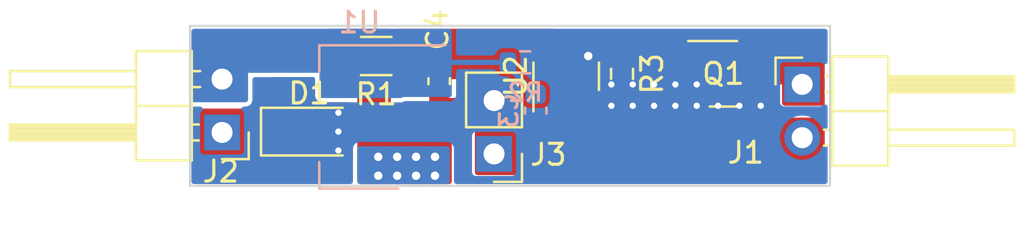
<source format=kicad_pcb>
(kicad_pcb (version 20221018) (generator pcbnew)
  (layers (0 "F.Cu" signal) (31 "B.Cu" signal) (34 "B.Paste" user) (35 "F.Paste" user) (36 "B.SilkS" user "B.Silkscreen") (37 "F.SilkS" user "F.Silkscreen") (38 "B.Mask" user) (39 "F.Mask" user) (44 "Edge.Cuts" user))
  (net 0 "")
  (net 1 "GND")
  (net 2 "+6V")
  (net 3 "Net-(D1-K)")
  (net 4 "SW")
  (net 5 "Net-(J2-Pin_2)")
  (net 6 "Net-(J1-Pin_1)")
  (net 7 "Net-(U1-VO)")
  (footprint "Connector_PinHeader_2.54mm:PinHeader_1x02_P2.54mm_Horizontal" (layer "F.Cu") (at 111.76 53.34 180)
    (fp_text reference "J2" (at 0.06 -1.86) (layer "F.SilkS"))
    (fp_text value "Battery")
    (fp_line (start -1.27 -1.27) (end 0 -1.27) (stroke (width 0.12)) (layer "F.SilkS"))
    (fp_line (start -1.27 0) (end -1.27 -1.27) (stroke (width 0.12)) (layer "F.SilkS"))
    (fp_line (start 1.042929 2.16) (end 1.44 2.16) (stroke (width 0.12)) (layer "F.SilkS"))
    (fp_line (start 1.042929 2.92) (end 1.44 2.92) (stroke (width 0.12)) (layer "F.SilkS"))
    (fp_line (start 1.11 -0.38) (end 1.44 -0.38) (stroke (width 0.12)) (layer "F.SilkS"))
    (fp_line (start 1.11 0.38) (end 1.44 0.38) (stroke (width 0.12)) (layer "F.SilkS"))
    (fp_line (start 1.44 -1.33) (end 1.44 3.87) (stroke (width 0.12)) (layer "F.SilkS"))
    (fp_line (start 1.44 1.27) (end 4.1 1.27) (stroke (width 0.12)) (layer "F.SilkS"))
    (fp_line (start 1.44 3.87) (end 4.1 3.87) (stroke (width 0.12)) (layer "F.SilkS"))
    (fp_line (start 4.1 -1.33) (end 1.44 -1.33) (stroke (width 0.12)) (layer "F.SilkS"))
    (fp_line (start 4.1 -0.38) (end 10.1 -0.38) (stroke (width 0.12)) (layer "F.SilkS"))
    (fp_line (start 4.1 -0.32) (end 10.1 -0.32) (stroke (width 0.12)) (layer "F.SilkS"))
    (fp_line (start 4.1 -0.2) (end 10.1 -0.2) (stroke (width 0.12)) (layer "F.SilkS"))
    (fp_line (start 4.1 -0.08) (end 10.1 -0.08) (stroke (width 0.12)) (layer "F.SilkS"))
    (fp_line (start 4.1 0.04) (end 10.1 0.04) (stroke (width 0.12)) (layer "F.SilkS"))
    (fp_line (start 4.1 0.16) (end 10.1 0.16) (stroke (width 0.12)) (layer "F.SilkS"))
    (fp_line (start 4.1 0.28) (end 10.1 0.28) (stroke (width 0.12)) (layer "F.SilkS"))
    (fp_line (start 4.1 2.16) (end 10.1 2.16) (stroke (width 0.12)) (layer "F.SilkS"))
    (fp_line (start 4.1 3.87) (end 4.1 -1.33) (stroke (width 0.12)) (layer "F.SilkS"))
    (fp_line (start 10.1 -0.38) (end 10.1 0.38) (stroke (width 0.12)) (layer "F.SilkS"))
    (fp_line (start 10.1 0.38) (end 4.1 0.38) (stroke (width 0.12)) (layer "F.SilkS"))
    (fp_line (start 10.1 2.16) (end 10.1 2.92) (stroke (width 0.12)) (layer "F.SilkS"))
    (fp_line (start 10.1 2.92) (end 4.1 2.92) (stroke (width 0.12)) (layer "F.SilkS"))
    (pad "1" thru_hole rect (at 0 0 180) (size 1.7 1.7) (drill 1) (layers "*.Cu" "*.Mask") (net 3 "Net-(D1-K)"))
    (pad "2" thru_hole oval (at 0 2.54 180) (size 1.7 1.7) (drill 1) (layers "*.Cu" "*.Mask") (net 5 "Net-(J2-Pin_2)"))
  )
  (footprint "Resistor_SMD:R_1206_3216Metric" (layer "F.Cu") (at 119.1 49.7 180)
    (fp_text reference "R1" (at 0 -1.82) (layer "F.SilkS"))
    (fp_text value "10")
    (fp_line (start -0.727064 -0.91) (end 0.727064 -0.91) (stroke (width 0.12)) (layer "F.SilkS"))
    (fp_line (start -0.727064 0.91) (end 0.727064 0.91) (stroke (width 0.12)) (layer "F.SilkS"))
    (pad "1" smd roundrect (at -1.4625 0 180) (size 1.125 1.75) (layers "F.Cu" "F.Paste" "F.Mask") (roundrect_rratio 0.2222222222) (net 2 "+6V"))
    (pad "2" smd roundrect (at 1.4625 0 180) (size 1.125 1.75) (layers "F.Cu" "F.Paste" "F.Mask") (roundrect_rratio 0.2222222222) (net 7 "Net-(U1-VO)"))
  )
  (footprint "Diode_SMD:D_1206_3216Metric" (layer "F.Cu") (at 115.9 53.3)
    (fp_text reference "D1" (at 0 -1.82) (layer "F.SilkS"))
    (fp_text value "SD1206S100S1R0")
    (fp_line (start -2.285 -1.135) (end -2.285 1.135) (stroke (width 0.12)) (layer "F.SilkS"))
    (fp_line (start -2.285 1.135) (end 1.6 1.135) (stroke (width 0.12)) (layer "F.SilkS"))
    (fp_line (start 1.6 -1.135) (end -2.285 -1.135) (stroke (width 0.12)) (layer "F.SilkS"))
    (pad "1" smd roundrect (at -1.4 0) (size 1.25 1.75) (layers "F.Cu" "F.Paste" "F.Mask") (roundrect_rratio 0.2) (net 3 "Net-(D1-K)"))
    (pad "2" smd roundrect (at 1.4 0) (size 1.25 1.75) (layers "F.Cu" "F.Paste" "F.Mask") (roundrect_rratio 0.2) (net 1 "GND"))
  )
  (footprint "Resistor_SMD:R_0603_1608Metric" (layer "F.Cu") (at 130.81 50.546 -90)
    (fp_text reference "R3" (at 0 -1.43 90) (layer "F.SilkS"))
    (fp_text value "10k")
    (fp_line (start -0.237258 -0.5225) (end 0.237258 -0.5225) (stroke (width 0.12)) (layer "F.SilkS"))
    (fp_line (start -0.237258 0.5225) (end 0.237258 0.5225) (stroke (width 0.12)) (layer "F.SilkS"))
    (pad "1" smd roundrect (at -0.825 0 270) (size 0.8 0.95) (layers "F.Cu" "F.Paste" "F.Mask") (net 4 "SW"))
    (pad "2" smd roundrect (at 0.825 0 270) (size 0.8 0.95) (layers "F.Cu" "F.Paste" "F.Mask") (net 1 "GND"))
  )
  (footprint "Connector_PinHeader_2.54mm:PinHeader_1x02_P2.54mm_Horizontal" (layer "F.Cu") (at 139.389 51.049)
    (fp_text reference "J1" (at -2.689 3.251 -360) (layer "F.SilkS"))
    (fp_text value "Motor")
    (fp_line (start -1.27 -1.27) (end 0 -1.27) (stroke (width 0.12)) (layer "F.SilkS"))
    (fp_line (start -1.27 0) (end -1.27 -1.27) (stroke (width 0.12)) (layer "F.SilkS"))
    (fp_line (start 1.042929 2.16) (end 1.44 2.16) (stroke (width 0.12)) (layer "F.SilkS"))
    (fp_line (start 1.042929 2.92) (end 1.44 2.92) (stroke (width 0.12)) (layer "F.SilkS"))
    (fp_line (start 1.11 -0.38) (end 1.44 -0.38) (stroke (width 0.12)) (layer "F.SilkS"))
    (fp_line (start 1.11 0.38) (end 1.44 0.38) (stroke (width 0.12)) (layer "F.SilkS"))
    (fp_line (start 1.44 -1.33) (end 1.44 3.87) (stroke (width 0.12)) (layer "F.SilkS"))
    (fp_line (start 1.44 1.27) (end 4.1 1.27) (stroke (width 0.12)) (layer "F.SilkS"))
    (fp_line (start 1.44 3.87) (end 4.1 3.87) (stroke (width 0.12)) (layer "F.SilkS"))
    (fp_line (start 4.1 -1.33) (end 1.44 -1.33) (stroke (width 0.12)) (layer "F.SilkS"))
    (fp_line (start 4.1 -0.38) (end 10.1 -0.38) (stroke (width 0.12)) (layer "F.SilkS"))
    (fp_line (start 4.1 -0.32) (end 10.1 -0.32) (stroke (width 0.12)) (layer "F.SilkS"))
    (fp_line (start 4.1 -0.2) (end 10.1 -0.2) (stroke (width 0.12)) (layer "F.SilkS"))
    (fp_line (start 4.1 -0.08) (end 10.1 -0.08) (stroke (width 0.12)) (layer "F.SilkS"))
    (fp_line (start 4.1 0.04) (end 10.1 0.04) (stroke (width 0.12)) (layer "F.SilkS"))
    (fp_line (start 4.1 0.16) (end 10.1 0.16) (stroke (width 0.12)) (layer "F.SilkS"))
    (fp_line (start 4.1 0.28) (end 10.1 0.28) (stroke (width 0.12)) (layer "F.SilkS"))
    (fp_line (start 4.1 2.16) (end 10.1 2.16) (stroke (width 0.12)) (layer "F.SilkS"))
    (fp_line (start 4.1 3.87) (end 4.1 -1.33) (stroke (width 0.12)) (layer "F.SilkS"))
    (fp_line (start 10.1 -0.38) (end 10.1 0.38) (stroke (width 0.12)) (layer "F.SilkS"))
    (fp_line (start 10.1 0.38) (end 4.1 0.38) (stroke (width 0.12)) (layer "F.SilkS"))
    (fp_line (start 10.1 2.16) (end 10.1 2.92) (stroke (width 0.12)) (layer "F.SilkS"))
    (fp_line (start 10.1 2.92) (end 4.1 2.92) (stroke (width 0.12)) (layer "F.SilkS"))
    (pad "1" thru_hole rect (at 0 0) (size 1.7 1.7) (drill 1) (layers "*.Cu" "*.Mask") (net 6 "Net-(J1-Pin_1)"))
    (pad "2" thru_hole oval (at 0 2.54) (size 1.7 1.7) (drill 1) (layers "*.Cu" "*.Mask") (net 2 "+6V"))
  )
  (footprint "Capacitor_SMD:C_0603_1608Metric" (layer "F.Cu") (at 122.1 50.9 -90)
    (fp_text reference "C4" (at -2.44 0.076 -270) (layer "F.SilkS"))
    (fp_text value "10n")
    (fp_line (start -0.14058 -0.51) (end 0.14058 -0.51) (stroke (width 0.12)) (layer "F.SilkS"))
    (fp_line (start -0.14058 0.51) (end 0.14058 0.51) (stroke (width 0.12)) (layer "F.SilkS"))
    (pad "1" smd roundrect (at -0.775 0 270) (size 0.9 0.95) (layers "F.Cu" "F.Paste" "F.Mask") (net 2 "+6V"))
    (pad "2" smd roundrect (at 0.775 0 270) (size 0.9 0.95) (layers "F.Cu" "F.Paste" "F.Mask") (net 1 "GND"))
  )
  (footprint "Package_TO_SOT_SMD:SOT-23" (layer "F.Cu") (at 128.15 50.6625 90)
    (fp_text reference "U2" (at 0 -2.4 90) (layer "F.SilkS"))
    (fp_text value "AH372X")
    (fp_line (start 0 -1.56) (end -1.675 -1.56) (stroke (width 0.12)) (layer "F.SilkS"))
    (fp_line (start 0 -1.56) (end 0.65 -1.56) (stroke (width 0.12)) (layer "F.SilkS"))
    (fp_line (start 0 1.56) (end -0.65 1.56) (stroke (width 0.12)) (layer "F.SilkS"))
    (fp_line (start 0 1.56) (end 0.65 1.56) (stroke (width 0.12)) (layer "F.SilkS"))
    (pad "1" smd roundrect (at -0.9375 -0.95 90) (size 1.475 0.6) (layers "F.Cu" "F.Paste" "F.Mask") (net 2 "+6V"))
    (pad "2" smd roundrect (at -0.9375 0.95 90) (size 1.475 0.6) (layers "F.Cu" "F.Paste" "F.Mask") (net 4 "SW"))
    (pad "3" smd roundrect (at 0.9375 0 90) (size 1.475 0.6) (layers "F.Cu" "F.Paste" "F.Mask") (net 1 "GND"))
  )
  (footprint "Package_TO_SOT_SMD:SOT-23" (layer "F.Cu") (at 135.636 50.546)
    (fp_text reference "Q1" (at 0 0) (layer "F.SilkS"))
    (fp_text value "DMG2301L")
    (fp_line (start 0 -1.56) (end -1.675 -1.56) (stroke (width 0.12)) (layer "F.SilkS"))
    (fp_line (start 0 -1.56) (end 0.65 -1.56) (stroke (width 0.12)) (layer "F.SilkS"))
    (fp_line (start 0 1.56) (end -0.65 1.56) (stroke (width 0.12)) (layer "F.SilkS"))
    (fp_line (start 0 1.56) (end 0.65 1.56) (stroke (width 0.12)) (layer "F.SilkS"))
    (pad "1" smd roundrect (at -0.9375 -0.95) (size 1.475 0.6) (layers "F.Cu" "F.Paste" "F.Mask") (net 4 "SW"))
    (pad "2" smd roundrect (at -0.9375 0.95) (size 1.475 0.6) (layers "F.Cu" "F.Paste" "F.Mask") (net 1 "GND"))
    (pad "3" smd roundrect (at 0.9375 0) (size 1.475 0.6) (layers "F.Cu" "F.Paste" "F.Mask") (net 6 "Net-(J1-Pin_1)"))
  )
  (footprint "Connector_PinHeader_2.54mm:PinHeader_1x02_P2.54mm_Vertical" (layer "F.Cu") (at 124.714 54.361 180)
    (fp_text reference "J3" (at -2.586 -0.039) (layer "F.SilkS"))
    (fp_text value "Capacitors")
    (fp_line (start -1.33 -1.33) (end 0 -1.33) (stroke (width 0.12)) (layer "F.SilkS"))
    (fp_line (start -1.33 0) (end -1.33 -1.33) (stroke (width 0.12)) (layer "F.SilkS"))
    (fp_line (start -1.33 1.27) (end -1.33 3.87) (stroke (width 0.12)) (layer "F.SilkS"))
    (fp_line (start -1.33 1.27) (end 1.33 1.27) (stroke (width 0.12)) (layer "F.SilkS"))
    (fp_line (start -1.33 3.87) (end 1.33 3.87) (stroke (width 0.12)) (layer "F.SilkS"))
    (fp_line (start 1.33 1.27) (end 1.33 3.87) (stroke (width 0.12)) (layer "F.SilkS"))
    (pad "1" thru_hole rect (at 0 0 180) (size 1.7 1.7) (drill 1) (layers "*.Cu" "*.Mask") (net 2 "+6V"))
    (pad "2" thru_hole oval (at 0 2.54 180) (size 1.7 1.7) (drill 1) (layers "*.Cu" "*.Mask") (net 1 "GND"))
  )
  (footprint "Package_TO_SOT_SMD:SOT-223-3_TabPin2" (layer "B.Cu") (at 118.3 52.6 180)
    (fp_text reference "U1" (at 0 4.5) (layer "B.SilkS") (effects (justify mirror)))
    (fp_text value "LM340-5.0")
    (fp_line (start -4.1 3.41) (end 1.91 3.41) (stroke (width 0.12)) (layer "B.SilkS"))
    (fp_line (start -1.85 -3.41) (end 1.91 -3.41) (stroke (width 0.12)) (layer "B.SilkS"))
    (fp_line (start 1.91 -3.41) (end 1.91 -2.15) (stroke (width 0.12)) (layer "B.SilkS"))
    (fp_line (start 1.91 3.41) (end 1.91 2.15) (stroke (width 0.12)) (layer "B.SilkS"))
    (pad "1" smd rect (at -3.15 2.3 180) (size 2 1.5) (layers "B.Cu" "B.Paste" "B.Mask") (net 5 "Net-(J2-Pin_2)"))
    (pad "2" smd rect (at -3.15 0 180) (size 2 1.5) (layers "B.Cu" "B.Paste" "B.Mask") (net 1 "GND"))
    (pad "2" smd rect (at 3.15 0 180) (size 2 3.8) (layers "B.Cu" "B.Paste" "B.Mask") (net 1 "GND"))
    (pad "3" smd rect (at -3.15 -2.3 180) (size 2 1.5) (layers "B.Cu" "B.Paste" "B.Mask") (net 7 "Net-(U1-VO)"))
  )
  (footprint "Capacitor_SMD:C_0603_1608Metric" (layer "B.Cu") (at 126.7 52.3 -90)
    (fp_text reference "C3" (at 0 1.27 90) (layer "B.SilkS") (effects (font (size 0.85 0.85)) (justify mirror)))
    (fp_text value "1u")
    (fp_line (start -0.14058 -0.51) (end 0.14058 -0.51) (stroke (width 0.12)) (layer "B.SilkS"))
    (fp_line (start -0.14058 0.51) (end 0.14058 0.51) (stroke (width 0.12)) (layer "B.SilkS"))
    (pad "1" smd roundrect (at -0.775 0 270) (size 0.9 0.95) (layers "B.Cu" "B.Paste" "B.Mask") (net 5 "Net-(J2-Pin_2)"))
    (pad "2" smd roundrect (at 0.775 0 270) (size 0.9 0.95) (layers "B.Cu" "B.Paste" "B.Mask") (net 1 "GND"))
  )
  (footprint "Resistor_SMD:R_0603_1608Metric" (layer "B.Cu") (at 126.2 50)
    (fp_text reference "R2" (at 0 1.43) (layer "B.SilkS") (effects (font (size 0.85 0.85)) (justify mirror)))
    (fp_text value "10k")
    (fp_line (start -0.237258 -0.5225) (end 0.237258 -0.5225) (stroke (width 0.12)) (layer "B.SilkS"))
    (fp_line (start -0.237258 0.5225) (end 0.237258 0.5225) (stroke (width 0.12)) (layer "B.SilkS"))
    (pad "1" smd roundrect (at -0.825 0) (size 0.8 0.95) (layers "B.Cu" "B.Paste" "B.Mask") (net 5 "Net-(J2-Pin_2)"))
    (pad "2" smd roundrect (at 0.825 0) (size 0.8 0.95) (layers "B.Cu" "B.Paste" "B.Mask") (net 1 "GND"))
  )
  (gr_rect (start 110.236 48.26) (end 140.716 55.88) (stroke (width 0.1)) (fill none) (layer "Edge.Cuts"))
  (segment (start 122.1 51.675) (end 122.246 51.821) (width 0.25) (layer "F.Cu") (net 1))
  (segment (start 128.15 49.725) (end 128.15 50.15) (width 0.25) (layer "F.Cu") (net 1))
  (segment (start 122.246 51.821) (end 124.714 51.821) (width 0.25) (layer "F.Cu") (net 1))
  (segment (start 128.15 50.15) (end 128.2 50.2) (width 0.25) (layer "F.Cu") (net 1))
  (segment (start 129.2 49.7) (end 128.175 49.7) (width 0.25) (layer "F.Cu") (net 1))
  (segment (start 128.175 49.7) (end 128.15 49.725) (width 0.25) (layer "F.Cu") (net 1))
  (via (at 137.414 52.07) (size 0.7) (drill 0.3) (layers "F.Cu" "B.Cu") (net 1))
  (via (at 131.318 51.054) (size 0.7) (drill 0.3) (layers "F.Cu" "B.Cu") (net 1))
  (via (at 117.3 53.3) (size 0.7) (drill 0.3) (layers "F.Cu" "B.Cu") (net 1))
  (via (at 130.302 52.07) (size 0.7) (drill 0.3) (layers "F.Cu" "B.Cu") (net 1))
  (via (at 135.382 52.07) (size 0.7) (drill 0.3) (layers "F.Cu" "B.Cu") (net 1))
  (via (at 133.35 52.07) (size 0.7) (drill 0.3) (layers "F.Cu" "B.Cu") (net 1))
  (via (at 131.318 52.07) (size 0.7) (drill 0.3) (layers "F.Cu" "B.Cu") (net 1))
  (via (at 133.35 51.054) (size 0.7) (drill 0.3) (layers "F.Cu" "B.Cu") (net 1))
  (via (at 134.366 51.054) (size 0.7) (drill 0.3) (layers "F.Cu" "B.Cu") (net 1))
  (via (at 132.334 51.054) (size 0.7) (drill 0.3) (layers "F.Cu" "B.Cu") (net 1))
  (via (at 134.366 52.07) (size 0.7) (drill 0.3) (layers "F.Cu" "B.Cu") (net 1))
  (via (at 117.3 52.4) (size 0.7) (drill 0.3) (layers "F.Cu" "B.Cu") (net 1))
  (via (at 136.398 52.07) (size 0.7) (drill 0.3) (layers "F.Cu" "B.Cu") (net 1))
  (via (at 130.302 51.054) (size 0.7) (drill 0.3) (layers "F.Cu" "B.Cu") (net 1))
  (via (at 117.3 54.2) (size 0.7) (drill 0.3) (layers "F.Cu" "B.Cu") (net 1))
  (via (at 129.2 49.7) (size 0.8) (drill 0.4) (layers "F.Cu" "B.Cu") (net 1))
  (via (at 132.334 52.07) (size 0.7) (drill 0.3) (layers "F.Cu" "B.Cu") (net 1))
  (segment (start 130.81 49.721) (end 130.935 49.596) (width 0.25) (layer "F.Cu") (net 4))
  (segment (start 130.6975 49.6085) (end 130.81 49.721) (width 0.25) (layer "F.Cu") (net 4))
  (segment (start 130.81 49.721) (end 130.279 49.721) (width 0.25) (layer "F.Cu") (net 4))
  (segment (start 130.279 49.721) (end 129.1 50.9) (width 0.25) (layer "F.Cu") (net 4))
  (segment (start 129.1 50.9) (end 129.1 51.6) (width 0.25) (layer "F.Cu") (net 4))
  (segment (start 130.935 49.596) (end 134.6985 49.596) (width 0.25) (layer "F.Cu") (net 4))
  (segment (start 121.75 50) (end 121.45 50.3) (width 0.25) (layer "B.Cu") (net 5))
  (segment (start 125.375 50) (end 125.375 50.2) (width 0.25) (layer "B.Cu") (net 5))
  (segment (start 125.375 50) (end 121.75 50) (width 0.25) (layer "B.Cu") (net 5))
  (segment (start 125.375 50.2) (end 126.7 51.525) (width 0.25) (layer "B.Cu") (net 5))
  (via (at 120.1 54.5) (size 0.8) (drill 0.4) (layers "F.Cu" "B.Cu") (net 7))
  (via (at 121.9 55.4) (size 0.8) (drill 0.4) (layers "F.Cu" "B.Cu") (net 7))
  (via (at 120.1 55.4) (size 0.8) (drill 0.4) (layers "F.Cu" "B.Cu") (net 7))
  (via (at 121.9 54.5) (size 0.8) (drill 0.4) (layers "F.Cu" "B.Cu") (net 7))
  (via (at 121 55.4) (size 0.8) (drill 0.4) (layers "F.Cu" "B.Cu") (net 7))
  (via (at 119.2 55.4) (size 0.8) (drill 0.4) (layers "F.Cu" "B.Cu") (net 7))
  (via (at 121 54.5) (size 0.8) (drill 0.4) (layers "F.Cu" "B.Cu") (net 7))
  (via (at 119.2 54.5) (size 0.8) (drill 0.4) (layers "F.Cu" "B.Cu") (net 7))
  (zone (net 2) (net_name "+6V") (layer "F.Cu") (connect_pads yes (clearance 0.5)) (min_thickness 0.25) (fill yes (thermal_gap 0.5) (thermal_bridge_width 0.5))
    (polygon (pts (xy 123.804 52.8) (xy 123.804 55.372) (xy 140.462 55.372) (xy 140.462 52.632) (xy 124.206 52.632) (xy 124.206 52.8)))
  )
  (zone (net 1) (net_name "GND") (layer "F.Cu") (priority 7) (connect_pads yes (clearance 0)) (min_thickness 0.25) (fill yes (thermal_gap 0.5) (thermal_bridge_width 0.5))
    (polygon (pts (xy 116.4 54.7) (xy 116.4 51.9) (xy 118.1 51.9) (xy 118.1 54.7)))
  )
  (zone (net 6) (net_name "Net-(J1-Pin_1)") (layer "F.Cu") (priority 3) (connect_pads yes (clearance 0)) (min_thickness 0.25) (fill yes (thermal_gap 0.5) (thermal_bridge_width 0.5))
    (polygon (pts (xy 135.89 48.768) (xy 140.462 48.768) (xy 140.462 52.07) (xy 138.43 52.07) (xy 138.43 51.054) (xy 135.89 51.054)))
  )
  (zone (net 2) (net_name "+6V") (layer "F.Cu") (priority 6) (connect_pads yes (clearance 0)) (min_thickness 0.25) (fill yes (thermal_gap 0.5) (thermal_bridge_width 0.5))
    (polygon (pts (xy 119.8 50.8) (xy 125.9 50.8) (xy 125.9 52.9) (xy 127.7 52.9) (xy 127.7 48.4) (xy 119.8 48.4)))
  )
  (zone (net 7) (net_name "Net-(U1-VO)") (layer "F.Cu") (priority 8) (connect_pads yes (clearance 0)) (min_thickness 0.25) (fill yes (thermal_gap 0.5) (thermal_bridge_width 0.5))
    (polygon (pts (xy 122.7 55.8) (xy 122.7 53.6) (xy 119.8 53.6) (xy 119.8 48.4) (xy 116.8 48.4) (xy 116.8 51.6) (xy 118.2 51.6) (xy 118.2 55.8)))
  )
  (zone (net 3) (net_name "Net-(D1-K)") (layer "F.Cu") (priority 5) (connect_pads yes (clearance 0)) (min_thickness 0.25) (fill yes (thermal_gap 0.5) (thermal_bridge_width 0.5))
    (polygon (pts (xy 110.6 54.7) (xy 115.8 54.7) (xy 115.8 52.2) (xy 113.3 52.2) (xy 110.6 52.2)))
  )
  (zone (net 1) (net_name "GND") (layer "F.Cu") (priority 2) (connect_pads yes (clearance 0)) (min_thickness 0.25) (fill yes (thermal_gap 0.5) (thermal_bridge_width 0.5))
    (polygon (pts (xy 137.922 50.546) (xy 137.922 52.578) (xy 129.762 52.578) (xy 129.762 50.546)))
  )
  (zone (net 1) (net_name "GND") (layer "B.Cu") (priority 1) (connect_pads yes (clearance 0)) (min_thickness 0.25) (fill yes (thermal_gap 0.5) (thermal_bridge_width 0.5))
    (polygon (pts (xy 140.6 48.4) (xy 140.6 55.8) (xy 110.3 55.8) (xy 110.3 48.4)))
  )
  (zone (net 5) (net_name "Net-(J2-Pin_2)") (layer "B.Cu") (priority 4) (connect_pads yes (clearance 0)) (min_thickness 0.25) (fill yes (thermal_gap 0.5) (thermal_bridge_width 0.5))
    (polygon (pts (xy 110.3 51.9) (xy 113 51.9) (xy 113 50.5) (xy 116.4 50.5) (xy 116.4 51.7) (xy 122.7 51.7) (xy 122.7 48.4) (xy 112.3 48.4) (xy 110.3 48.4)))
  )
  (zone (net 7) (net_name "Net-(U1-VO)") (layer "B.Cu") (priority 9) (connect_pads yes (clearance 0)) (min_thickness 0.25) (fill yes (thermal_gap 0.5) (thermal_bridge_width 0.5))
    (polygon (pts (xy 122.6 54) (xy 118.2 54) (xy 118.2 55.8) (xy 122.6 55.8)))
  )
)
</source>
